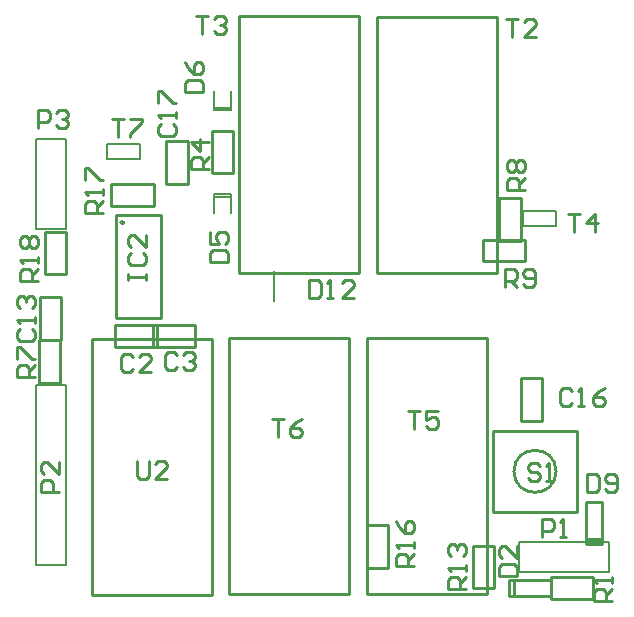
<source format=gto>
%FSLAX25Y25*%
%MOIN*%
G70*
G01*
G75*
G04 Layer_Color=65535*
%ADD10R,0.03937X0.05118*%
%ADD11R,0.04724X0.05118*%
%ADD12R,0.05118X0.03937*%
%ADD13R,0.07000X0.10000*%
%ADD14R,0.05500X0.07600*%
%ADD15R,0.08000X0.02000*%
%ADD16O,0.08000X0.02000*%
%ADD17R,0.02559X0.04724*%
%ADD18R,0.06299X0.04921*%
%ADD19R,0.05118X0.04724*%
%ADD20C,0.07874*%
%ADD21C,0.02000*%
%ADD22C,0.06000*%
%ADD23C,0.01500*%
%ADD24C,0.04000*%
%ADD25C,0.03000*%
%ADD26C,0.01000*%
%ADD27C,0.05906*%
%ADD28R,0.05906X0.05906*%
%ADD29R,0.05906X0.05906*%
%ADD30R,0.08400X0.08400*%
%ADD31R,0.13780X0.13780*%
%ADD32C,0.21654*%
%ADD33C,0.05000*%
%ADD34R,0.02362X0.09449*%
%ADD35O,0.02362X0.09449*%
%ADD36R,0.04921X0.06299*%
%ADD37R,0.05118X0.10630*%
%ADD38O,0.02165X0.06496*%
%ADD39O,0.06496X0.02165*%
%ADD40C,0.00787*%
%ADD41C,0.00800*%
D26*
X176119Y369970D02*
G03*
X176119Y369970I-7018J0D01*
G01*
X32065Y452915D02*
G03*
X32065Y452915I-500J0D01*
G01*
X174313Y327557D02*
X188487D01*
X174313D02*
Y334643D01*
X188487D01*
Y327557D02*
Y334643D01*
X174450Y328344D02*
Y333856D01*
X160276D02*
X174450D01*
X160276Y328344D02*
Y333856D01*
Y328344D02*
X174450D01*
X162245D02*
Y333856D01*
X120043Y337813D02*
Y351987D01*
X112957Y337813D02*
X120043D01*
X112957D02*
Y351987D01*
X120043D01*
X148357Y331013D02*
X155443D01*
Y345187D01*
X148357D02*
X155443D01*
X148357Y331013D02*
Y345187D01*
X155101Y357470D02*
Y383470D01*
X183101D01*
Y356470D02*
Y383470D01*
X155101Y356470D02*
X183101D01*
X155101D02*
Y383470D01*
X164357Y400987D02*
X171443D01*
X164357Y386813D02*
Y400987D01*
Y386813D02*
X171443D01*
Y400987D01*
X153208Y329036D02*
Y414436D01*
X113208Y329036D02*
Y414436D01*
X153208D01*
X113208Y329036D02*
X153208D01*
X107241D02*
Y414436D01*
X67242Y329036D02*
Y414436D01*
X107241D01*
X67242Y329036D02*
X107241D01*
X61500Y328600D02*
Y414000D01*
X21500Y328600D02*
Y414000D01*
X61500D01*
X21500Y328600D02*
X61500D01*
X10843Y399513D02*
Y413687D01*
X3757Y399513D02*
X10843D01*
X3757D02*
Y413687D01*
X10843D01*
X3957Y427987D02*
X11043D01*
X3957Y413813D02*
Y427987D01*
Y413813D02*
X11043D01*
Y427987D01*
X5757Y449787D02*
X12843D01*
X5757Y435613D02*
Y449787D01*
Y435613D02*
X12843D01*
Y449787D01*
X29013Y418643D02*
X43187D01*
Y411557D02*
Y418643D01*
X29013Y411557D02*
X43187D01*
X29013D02*
Y418643D01*
X41613Y411557D02*
X55787D01*
X41613D02*
Y418643D01*
X55787D01*
Y411557D02*
Y418643D01*
X29565Y420915D02*
Y454915D01*
X44565Y420915D02*
Y454915D01*
X29565Y455415D02*
X44565D01*
X29565Y420915D02*
X44565D01*
X27913Y465643D02*
X42087D01*
Y458557D02*
Y465643D01*
X27913Y458557D02*
X42087D01*
X27913D02*
Y465643D01*
X61417Y469291D02*
X68504D01*
Y483464D01*
X61417D02*
X68504D01*
X61417Y469291D02*
Y483464D01*
X46257Y465813D02*
Y479987D01*
X53343D01*
Y465813D02*
Y479987D01*
X46257Y465813D02*
X53343D01*
X70339Y436213D02*
Y521613D01*
X110339Y436213D02*
Y521613D01*
X70339Y436213D02*
X110339D01*
X70339Y521613D02*
X110339D01*
X116500Y436130D02*
Y521530D01*
X156500Y436130D02*
Y521530D01*
X116500Y436130D02*
X156500D01*
X116500Y521530D02*
X156500D01*
X165787Y440057D02*
Y447143D01*
X151613D02*
X165787D01*
X151613Y440057D02*
Y447143D01*
Y440057D02*
X165787D01*
X157257Y446813D02*
Y460987D01*
X164343D01*
Y446813D02*
Y460987D01*
X157257Y446813D02*
X164343D01*
X186044Y359750D02*
X191556D01*
X186044Y345576D02*
Y359750D01*
Y345576D02*
X191556D01*
Y359750D01*
X186044Y347545D02*
X191556D01*
X3500Y484300D02*
Y490298D01*
X6499D01*
X7499Y489298D01*
Y487299D01*
X6499Y486299D01*
X3500D01*
X9498Y489298D02*
X10498Y490298D01*
X12497D01*
X13497Y489298D01*
Y488299D01*
X12497Y487299D01*
X11497D01*
X12497D01*
X13497Y486299D01*
Y485300D01*
X12497Y484300D01*
X10498D01*
X9498Y485300D01*
X-2698Y417499D02*
X-3698Y416499D01*
Y414500D01*
X-2698Y413500D01*
X1300D01*
X2300Y414500D01*
Y416499D01*
X1300Y417499D01*
X2300Y419498D02*
Y421497D01*
Y420498D01*
X-3698D01*
X-2698Y419498D01*
Y424496D02*
X-3698Y425496D01*
Y427495D01*
X-2698Y428495D01*
X-1699D01*
X-699Y427495D01*
Y426496D01*
Y427495D01*
X301Y428495D01*
X1300D01*
X2300Y427495D01*
Y425496D01*
X1300Y424496D01*
X170899Y371698D02*
X169899Y372698D01*
X167900D01*
X166900Y371698D01*
Y370699D01*
X167900Y369699D01*
X169899D01*
X170899Y368699D01*
Y367700D01*
X169899Y366700D01*
X167900D01*
X166900Y367700D01*
X172898Y366700D02*
X174897D01*
X173898D01*
Y372698D01*
X172898Y371698D01*
X25200Y456100D02*
X19202D01*
Y459099D01*
X20202Y460099D01*
X22201D01*
X23201Y459099D01*
Y456100D01*
Y458099D02*
X25200Y460099D01*
Y462098D02*
Y464097D01*
Y463098D01*
X19202D01*
X20202Y462098D01*
X19202Y467096D02*
Y471095D01*
X20202D01*
X24200Y467096D01*
X25200D01*
X128800Y338300D02*
X122802D01*
Y341299D01*
X123802Y342299D01*
X125801D01*
X126801Y341299D01*
Y338300D01*
Y340299D02*
X128800Y342299D01*
Y344298D02*
Y346297D01*
Y345298D01*
X122802D01*
X123802Y344298D01*
X122802Y353295D02*
X123802Y351296D01*
X125801Y349296D01*
X127800D01*
X128800Y350296D01*
Y352295D01*
X127800Y353295D01*
X126801D01*
X125801Y352295D01*
Y349296D01*
X2300Y401500D02*
X-3698D01*
Y404499D01*
X-2698Y405499D01*
X-699D01*
X301Y404499D01*
Y401500D01*
Y403499D02*
X2300Y405499D01*
X-3698Y407498D02*
Y411497D01*
X-2698D01*
X1300Y407498D01*
X2300D01*
X165900Y463600D02*
X159902D01*
Y466599D01*
X160902Y467599D01*
X162901D01*
X163901Y466599D01*
Y463600D01*
Y465599D02*
X165900Y467599D01*
X160902Y469598D02*
X159902Y470598D01*
Y472597D01*
X160902Y473597D01*
X161901D01*
X162901Y472597D01*
X163901Y473597D01*
X164900D01*
X165900Y472597D01*
Y470598D01*
X164900Y469598D01*
X163901D01*
X162901Y470598D01*
X161901Y469598D01*
X160902D01*
X162901Y470598D02*
Y472597D01*
X194900Y326800D02*
X188902D01*
Y329799D01*
X189902Y330799D01*
X191901D01*
X192901Y329799D01*
Y326800D01*
Y328799D02*
X194900Y330799D01*
Y332798D02*
Y334797D01*
Y333798D01*
X188902D01*
X189902Y332798D01*
X10600Y363000D02*
X4602D01*
Y365999D01*
X5602Y366999D01*
X7601D01*
X8601Y365999D01*
Y363000D01*
X10600Y372997D02*
Y368998D01*
X6601Y372997D01*
X5602D01*
X4602Y371997D01*
Y369998D01*
X5602Y368998D01*
X171600Y348000D02*
Y353998D01*
X174599D01*
X175599Y352998D01*
Y350999D01*
X174599Y349999D01*
X171600D01*
X177598Y348000D02*
X179597D01*
X178598D01*
Y353998D01*
X177598Y352998D01*
X33502Y433600D02*
Y435599D01*
Y434600D01*
X39500D01*
Y433600D01*
Y435599D01*
X34502Y442597D02*
X33502Y441597D01*
Y439598D01*
X34502Y438598D01*
X38500D01*
X39500Y439598D01*
Y441597D01*
X38500Y442597D01*
X39500Y448595D02*
Y444596D01*
X35501Y448595D01*
X34502D01*
X33502Y447596D01*
Y445596D01*
X34502Y444596D01*
X186500Y369198D02*
Y363200D01*
X189499D01*
X190499Y364200D01*
Y368198D01*
X189499Y369198D01*
X186500D01*
X192498Y364200D02*
X193498Y363200D01*
X195497D01*
X196497Y364200D01*
Y368198D01*
X195497Y369198D01*
X193498D01*
X192498Y368198D01*
Y367199D01*
X193498Y366199D01*
X196497D01*
X60902Y439800D02*
X66900D01*
Y442799D01*
X65900Y443799D01*
X61902D01*
X60902Y442799D01*
Y439800D01*
Y449797D02*
Y445798D01*
X63901D01*
X62901Y447797D01*
Y448797D01*
X63901Y449797D01*
X65900D01*
X66900Y448797D01*
Y446798D01*
X65900Y445798D01*
X157202Y335200D02*
X163200D01*
Y338199D01*
X162200Y339199D01*
X158202D01*
X157202Y338199D01*
Y335200D01*
X163200Y345197D02*
Y341198D01*
X159201Y345197D01*
X158202D01*
X157202Y344197D01*
Y342198D01*
X158202Y341198D01*
X181499Y396898D02*
X180499Y397898D01*
X178500D01*
X177500Y396898D01*
Y392900D01*
X178500Y391900D01*
X180499D01*
X181499Y392900D01*
X183498Y391900D02*
X185497D01*
X184498D01*
Y397898D01*
X183498Y396898D01*
X192495Y397898D02*
X190496Y396898D01*
X188496Y394899D01*
Y392900D01*
X189496Y391900D01*
X191496D01*
X192495Y392900D01*
Y393899D01*
X191496Y394899D01*
X188496D01*
X49899Y408598D02*
X48899Y409598D01*
X46900D01*
X45900Y408598D01*
Y404600D01*
X46900Y403600D01*
X48899D01*
X49899Y404600D01*
X51898Y408598D02*
X52898Y409598D01*
X54897D01*
X55897Y408598D01*
Y407599D01*
X54897Y406599D01*
X53897D01*
X54897D01*
X55897Y405599D01*
Y404600D01*
X54897Y403600D01*
X52898D01*
X51898Y404600D01*
X34999Y408198D02*
X33999Y409198D01*
X32000D01*
X31000Y408198D01*
Y404200D01*
X32000Y403200D01*
X33999D01*
X34999Y404200D01*
X40997Y403200D02*
X36998D01*
X40997Y407199D01*
Y408198D01*
X39997Y409198D01*
X37998D01*
X36998Y408198D01*
X180100Y455898D02*
X184099D01*
X182099D01*
Y449900D01*
X189097D02*
Y455898D01*
X186098Y452899D01*
X190097D01*
X28100Y487298D02*
X32099D01*
X30099D01*
Y481300D01*
X34098Y487298D02*
X38097D01*
Y486298D01*
X34098Y482300D01*
Y481300D01*
X146000Y330600D02*
X140002D01*
Y333599D01*
X141002Y334599D01*
X143001D01*
X144001Y333599D01*
Y330600D01*
Y332599D02*
X146000Y334599D01*
Y336598D02*
Y338597D01*
Y337598D01*
X140002D01*
X141002Y336598D01*
Y341596D02*
X140002Y342596D01*
Y344596D01*
X141002Y345595D01*
X142001D01*
X143001Y344596D01*
Y343596D01*
Y344596D01*
X144001Y345595D01*
X145000D01*
X146000Y344596D01*
Y342596D01*
X145000Y341596D01*
X159500Y520698D02*
X163499D01*
X161499D01*
Y514700D01*
X169497D02*
X165498D01*
X169497Y518699D01*
Y519698D01*
X168497Y520698D01*
X166498D01*
X165498Y519698D01*
X56000Y521598D02*
X59999D01*
X57999D01*
Y515600D01*
X61998Y520598D02*
X62998Y521598D01*
X64997D01*
X65997Y520598D01*
Y519599D01*
X64997Y518599D01*
X63997D01*
X64997D01*
X65997Y517599D01*
Y516600D01*
X64997Y515600D01*
X62998D01*
X61998Y516600D01*
X126800Y389998D02*
X130799D01*
X128799D01*
Y384000D01*
X136797Y389998D02*
X132798D01*
Y386999D01*
X134797Y387999D01*
X135797D01*
X136797Y386999D01*
Y385000D01*
X135797Y384000D01*
X133798D01*
X132798Y385000D01*
X81300Y387298D02*
X85299D01*
X83299D01*
Y381300D01*
X91297Y387298D02*
X89297Y386298D01*
X87298Y384299D01*
Y382300D01*
X88298Y381300D01*
X90297D01*
X91297Y382300D01*
Y383299D01*
X90297Y384299D01*
X87298D01*
X36300Y373398D02*
Y368400D01*
X37300Y367400D01*
X39299D01*
X40299Y368400D01*
Y373398D01*
X46297Y367400D02*
X42298D01*
X46297Y371399D01*
Y372398D01*
X45297Y373398D01*
X43298D01*
X42298Y372398D01*
X52402Y496500D02*
X58400D01*
Y499499D01*
X57400Y500499D01*
X53402D01*
X52402Y499499D01*
Y496500D01*
Y506497D02*
X53402Y504497D01*
X55401Y502498D01*
X57400D01*
X58400Y503498D01*
Y505497D01*
X57400Y506497D01*
X56401D01*
X55401Y505497D01*
Y502498D01*
X60300Y470600D02*
X54302D01*
Y473599D01*
X55302Y474599D01*
X57301D01*
X58301Y473599D01*
Y470600D01*
Y472599D02*
X60300Y474599D01*
Y479597D02*
X54302D01*
X57301Y476598D01*
Y480597D01*
X44602Y485799D02*
X43602Y484799D01*
Y482800D01*
X44602Y481800D01*
X48600D01*
X49600Y482800D01*
Y484799D01*
X48600Y485799D01*
X49600Y487798D02*
Y489797D01*
Y488798D01*
X43602D01*
X44602Y487798D01*
X43602Y492796D02*
Y496795D01*
X44602D01*
X48600Y492796D01*
X49600D01*
X3600Y433500D02*
X-2398D01*
Y436499D01*
X-1398Y437499D01*
X601D01*
X1601Y436499D01*
Y433500D01*
Y435499D02*
X3600Y437499D01*
Y439498D02*
Y441497D01*
Y440498D01*
X-2398D01*
X-1398Y439498D01*
Y444496D02*
X-2398Y445496D01*
Y447496D01*
X-1398Y448495D01*
X-399D01*
X601Y447496D01*
X1601Y448495D01*
X2600D01*
X3600Y447496D01*
Y445496D01*
X2600Y444496D01*
X1601D01*
X601Y445496D01*
X-399Y444496D01*
X-1398D01*
X601Y445496D02*
Y447496D01*
X159200Y431400D02*
Y437398D01*
X162199D01*
X163199Y436398D01*
Y434399D01*
X162199Y433399D01*
X159200D01*
X161199D02*
X163199Y431400D01*
X165198Y432400D02*
X166198Y431400D01*
X168197D01*
X169197Y432400D01*
Y436398D01*
X168197Y437398D01*
X166198D01*
X165198Y436398D01*
Y435399D01*
X166198Y434399D01*
X169197D01*
X93700Y433598D02*
Y427600D01*
X96699D01*
X97699Y428600D01*
Y432598D01*
X96699Y433598D01*
X93700D01*
X99698Y427600D02*
X101697D01*
X100698D01*
Y433598D01*
X99698Y432598D01*
X108695Y427600D02*
X104696D01*
X108695Y431599D01*
Y432598D01*
X107695Y433598D01*
X105696D01*
X104696Y432598D01*
D40*
X163900Y346500D02*
X193900D01*
X163900Y336500D02*
Y346500D01*
Y336500D02*
X193900D01*
Y346500D01*
X2874Y338701D02*
X12874D01*
X2874Y398701D02*
X12874D01*
Y338701D02*
Y398701D01*
X2874Y338701D02*
Y398701D01*
X26488Y474000D02*
X37512D01*
X26488Y479000D02*
X37512D01*
X26488Y474000D02*
Y479000D01*
X37512Y474000D02*
Y479000D01*
X62205Y456012D02*
Y462311D01*
X67716Y456012D02*
Y462311D01*
X62205D02*
X67716D01*
X62205Y461563D02*
X67716D01*
X62205Y491193D02*
X67716D01*
X62205Y490445D02*
X67716D01*
X62205D02*
Y496744D01*
X67716Y490445D02*
Y496744D01*
X164988Y456600D02*
X176012D01*
X164988Y451600D02*
X176012D01*
Y456600D01*
X164988Y451600D02*
Y456600D01*
X2874Y450900D02*
Y480900D01*
Y450900D02*
X12874D01*
Y480900D01*
X2874D02*
X12874D01*
D41*
X81975Y426600D02*
Y436600D01*
M02*

</source>
